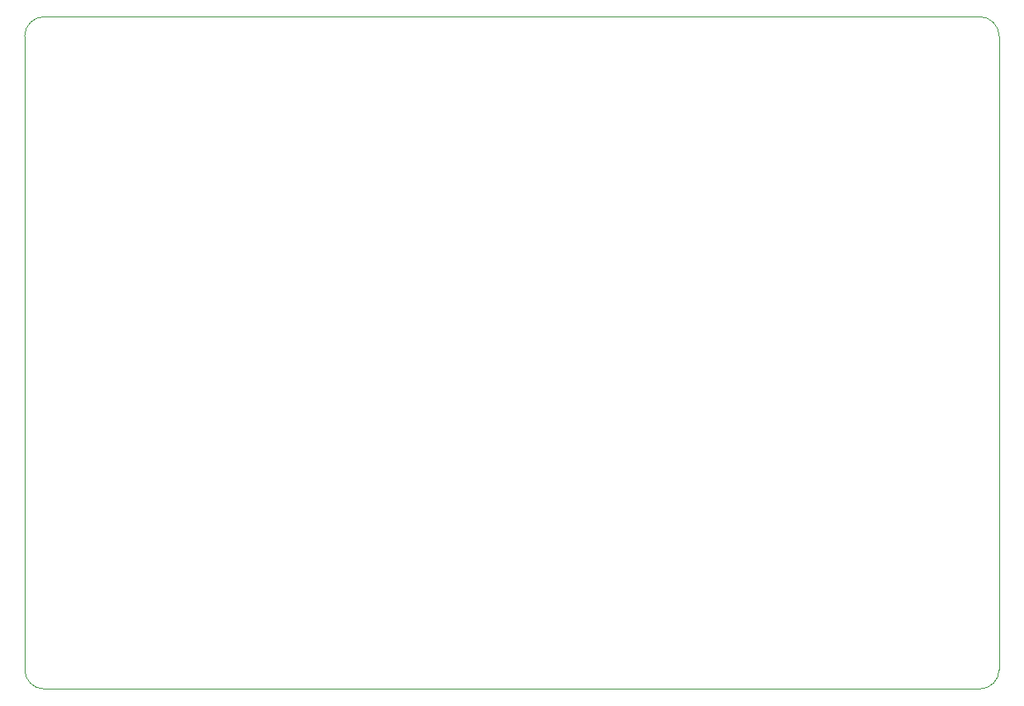
<source format=gm1>
G04 #@! TF.GenerationSoftware,KiCad,Pcbnew,(5.1.4)-1*
G04 #@! TF.CreationDate,2020-03-06T20:10:18-08:00*
G04 #@! TF.ProjectId,Light_intensity_data_logger,4c696768-745f-4696-9e74-656e73697479,rev?*
G04 #@! TF.SameCoordinates,Original*
G04 #@! TF.FileFunction,Profile,NP*
%FSLAX46Y46*%
G04 Gerber Fmt 4.6, Leading zero omitted, Abs format (unit mm)*
G04 Created by KiCad (PCBNEW (5.1.4)-1) date 2020-03-06 20:10:18*
%MOMM*%
%LPD*%
G04 APERTURE LIST*
%ADD10C,0.050000*%
G04 APERTURE END LIST*
D10*
X75000000Y-101000000D02*
G75*
G02X73000000Y-99000000I0J2000000D01*
G01*
X173000000Y-99000000D02*
G75*
G02X171000000Y-101000000I-2000000J0D01*
G01*
X171000000Y-32000000D02*
G75*
G02X173000000Y-34000000I0J-2000000D01*
G01*
X73000000Y-34000000D02*
G75*
G02X75000000Y-32000000I2000000J0D01*
G01*
X73000000Y-99000000D02*
X73000000Y-34000000D01*
X171000000Y-101000000D02*
X75000000Y-101000000D01*
X173000000Y-34000000D02*
X173000000Y-99000000D01*
X75000000Y-32000000D02*
X171000000Y-32000000D01*
M02*

</source>
